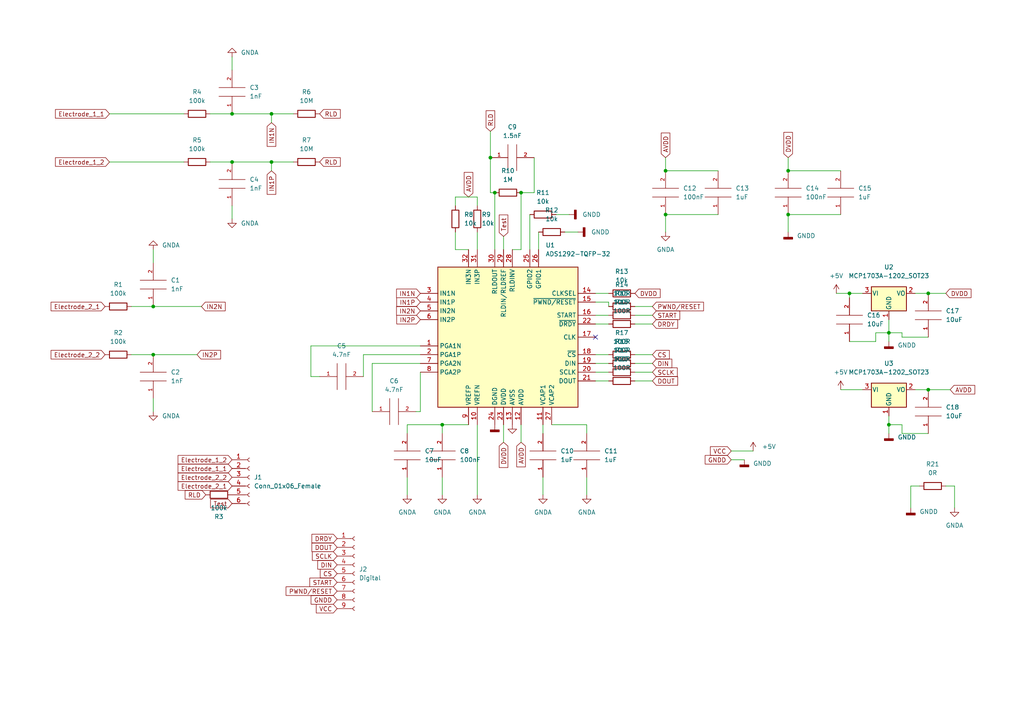
<source format=kicad_sch>
(kicad_sch (version 20211123) (generator eeschema)
  (paper "A4")
  (lib_symbols
    (symbol "Connector:Conn_01x06_Female" (pin_names (offset 1.016) hide)
      (property "Reference" "J" (at 0 7.62 0))
      (property "Value" "Conn_01x06_Female" (at 0 -10.16 0))
      (symbol "Conn_01x06_Female_1_1"
        (arc (start 0 -7.112) (mid -0.508 -7.62) (end 0 -8.128) (stroke (width 0.1524)))
        (arc (start 0 -4.572) (mid -0.508 -5.08) (end 0 -5.588) (stroke (width 0.1524)))
        (arc (start 0 -2.032) (mid -0.508 -2.54) (end 0 -3.048) (stroke (width 0.1524)))
        (polyline (pts (xy -1.27 -7.62) (xy -0.508 -7.62)) (stroke (width 0.1524)))
        (polyline (pts (xy -1.27 -5.08) (xy -0.508 -5.08)) (stroke (width 0.1524)))
        (polyline (pts (xy -1.27 -2.54) (xy -0.508 -2.54)) (stroke (width 0.1524)))
        (polyline (pts (xy -1.27 0) (xy -0.508 0)) (stroke (width 0.1524)))
        (polyline (pts (xy -1.27 2.54) (xy -0.508 2.54)) (stroke (width 0.1524)))
        (polyline (pts (xy -1.27 5.08) (xy -0.508 5.08)) (stroke (width 0.1524)))
        (arc (start 0 0.508) (mid -0.508 0) (end 0 -0.508) (stroke (width 0.1524)))
        (arc (start 0 3.048) (mid -0.508 2.54) (end 0 2.032) (stroke (width 0.1524)))
        (arc (start 0 5.588) (mid -0.508 5.08) (end 0 4.572) (stroke (width 0.1524)))
        (pin passive line (at -5.08 5.08 0) (length 3.81) (name "Pin_1") (number "1"))
        (pin passive line (at -5.08 2.54 0) (length 3.81) (name "Pin_2") (number "2"))
        (pin passive line (at -5.08 0 0) (length 3.81) (name "Pin_3") (number "3"))
        (pin passive line (at -5.08 -2.54 0) (length 3.81) (name "Pin_4") (number "4"))
        (pin passive line (at -5.08 -5.08 0) (length 3.81) (name "Pin_5") (number "5"))
        (pin passive line (at -5.08 -7.62 0) (length 3.81) (name "Pin_6") (number "6"))
      )
    )
    (symbol "Connector:Conn_01x09_Female" (pin_names (offset 1.016) hide)
      (property "Reference" "J" (at 0 12.7 0))
      (property "Value" "Conn_01x09_Female" (at 0 -12.7 0))
      (symbol "Conn_01x09_Female_1_1"
        (arc (start 0 -9.652) (mid -0.508 -10.16) (end 0 -10.668) (stroke (width 0.1524)))
        (arc (start 0 -7.112) (mid -0.508 -7.62) (end 0 -8.128) (stroke (width 0.1524)))
        (arc (start 0 -4.572) (mid -0.508 -5.08) (end 0 -5.588) (stroke (width 0.1524)))
        (arc (start 0 -2.032) (mid -0.508 -2.54) (end 0 -3.048) (stroke (width 0.1524)))
        (polyline (pts (xy -1.27 -10.16) (xy -0.508 -10.16)) (stroke (width 0.1524)))
        (polyline (pts (xy -1.27 -7.62) (xy -0.508 -7.62)) (stroke (width 0.1524)))
        (polyline (pts (xy -1.27 -5.08) (xy -0.508 -5.08)) (stroke (width 0.1524)))
        (polyline (pts (xy -1.27 -2.54) (xy -0.508 -2.54)) (stroke (width 0.1524)))
        (polyline (pts (xy -1.27 0) (xy -0.508 0)) (stroke (width 0.1524)))
        (polyline (pts (xy -1.27 2.54) (xy -0.508 2.54)) (stroke (width 0.1524)))
        (polyline (pts (xy -1.27 5.08) (xy -0.508 5.08)) (stroke (width 0.1524)))
        (polyline (pts (xy -1.27 7.62) (xy -0.508 7.62)) (stroke (width 0.1524)))
        (polyline (pts (xy -1.27 10.16) (xy -0.508 10.16)) (stroke (width 0.1524)))
        (arc (start 0 0.508) (mid -0.508 0) (end 0 -0.508) (stroke (width 0.1524)))
        (arc (start 0 3.048) (mid -0.508 2.54) (end 0 2.032) (stroke (width 0.1524)))
        (arc (start 0 5.588) (mid -0.508 5.08) (end 0 4.572) (stroke (width 0.1524)))
        (arc (start 0 8.128) (mid -0.508 7.62) (end 0 7.112) (stroke (width 0.1524)))
        (arc (start 0 10.668) (mid -0.508 10.16) (end 0 9.652) (stroke (width 0.1524)))
        (pin passive line (at -5.08 10.16 0) (length 3.81) (name "Pin_1") (number "1"))
        (pin passive line (at -5.08 7.62 0) (length 3.81) (name "Pin_2") (number "2"))
        (pin passive line (at -5.08 5.08 0) (length 3.81) (name "Pin_3") (number "3"))
        (pin passive line (at -5.08 2.54 0) (length 3.81) (name "Pin_4") (number "4"))
        (pin passive line (at -5.08 0 0) (length 3.81) (name "Pin_5") (number "5"))
        (pin passive line (at -5.08 -2.54 0) (length 3.81) (name "Pin_6") (number "6"))
        (pin passive line (at -5.08 -5.08 0) (length 3.81) (name "Pin_7") (number "7"))
        (pin passive line (at -5.08 -7.62 0) (length 3.81) (name "Pin_8") (number "8"))
        (pin passive line (at -5.08 -10.16 0) (length 3.81) (name "Pin_9") (number "9"))
      )
    )
    (symbol "Device:R" (pin_numbers hide) (pin_names (offset 0))
      (property "Reference" "R" (at 2.032 0 90))
      (property "Value" "R" (at 0 0 90))
      (symbol "R_0_1"
        (rectangle (start -1.016 -2.54) (end 1.016 2.54) (stroke (width 0.254)))
      )
      (symbol "R_1_1"
        (pin passive line (at 0 3.81 270) (length 1.27) (name "~") (number "1"))
        (pin passive line (at 0 -3.81 90) (length 1.27) (name "~") (number "2"))
      )
    )
    (symbol "My_devices:ADS1292-TQFP-32"
      (property "Reference" "U" (at -17.78 22.86 0))
      (property "Value" "ADS1292-TQFP-32" (at -24.13 -24.13 0))
      (symbol "ADS1292-TQFP-32_0_1"
        (rectangle (start -20.32 20.32) (end 20.32 -20.32) (stroke (width 0.254)) (fill (type background)))
      )
      (symbol "ADS1292-TQFP-32_1_1"
        (pin output line (at -25.4 -2.54 0) (length 5.08) (name "PGA1N") (number "1"))
        (pin input line (at -8.89 -25.4 90) (length 5.08) (name "VREFN") (number "10"))
        (pin unspecified line (at 10.16 -25.4 90) (length 5.08) (name "VCAP1") (number "11"))
        (pin power_in line (at 3.81 -25.4 90) (length 5.08) (name "AVDD") (number "12"))
        (pin power_in line (at 1.27 -25.4 90) (length 5.08) (name "AVSS") (number "13"))
        (pin input line (at 25.4 12.7 180) (length 5.08) (name "CLKSEL") (number "14"))
        (pin input line (at 25.4 10.16 180) (length 5.08) (name "~{PWND/RESET}") (number "15"))
        (pin input line (at 25.4 6.35 180) (length 5.08) (name "START") (number "16"))
        (pin input line (at 25.4 0 180) (length 5.08) (name "CLK") (number "17"))
        (pin input line (at 25.4 -5.08 180) (length 5.08) (name "~{CS}") (number "18"))
        (pin input line (at 25.4 -7.62 180) (length 5.08) (name "DIN") (number "19"))
        (pin output line (at -25.4 -5.08 0) (length 5.08) (name "PGA1P") (number "2"))
        (pin input line (at 25.4 -10.16 180) (length 5.08) (name "SCLK") (number "20"))
        (pin output line (at 25.4 -12.7 180) (length 5.08) (name "DOUT") (number "21"))
        (pin output line (at 25.4 3.81 180) (length 5.08) (name "~{DRDY}") (number "22"))
        (pin power_in line (at -1.27 -25.4 90) (length 5.08) (name "DVDD") (number "23"))
        (pin power_in line (at -3.81 -25.4 90) (length 5.08) (name "DGND") (number "24"))
        (pin bidirectional line (at 6.35 25.4 270) (length 5.08) (name "GPIO2") (number "25"))
        (pin bidirectional line (at 8.89 25.4 270) (length 5.08) (name "GPIO1") (number "26"))
        (pin unspecified line (at 12.7 -25.4 90) (length 5.08) (name "VCAP2") (number "27"))
        (pin input line (at 1.27 25.4 270) (length 5.08) (name "RLDINV") (number "28"))
        (pin input line (at -1.27 25.4 270) (length 5.08) (name "RLDIN/RLDREF") (number "29"))
        (pin input line (at -25.4 12.7 0) (length 5.08) (name "IN1N") (number "3"))
        (pin output line (at -3.81 25.4 270) (length 5.08) (name "RLDOUT") (number "30"))
        (pin bidirectional line (at -8.89 25.4 270) (length 5.08) (name "IN3P") (number "31"))
        (pin bidirectional line (at -11.43 25.4 270) (length 5.08) (name "IN3N") (number "32"))
        (pin input line (at -25.4 10.16 0) (length 5.08) (name "IN1P") (number "4"))
        (pin input line (at -25.4 7.62 0) (length 5.08) (name "IN2N") (number "5"))
        (pin input line (at -25.4 5.08 0) (length 5.08) (name "IN2P") (number "6"))
        (pin output line (at -25.4 -7.62 0) (length 5.08) (name "PGA2N") (number "7"))
        (pin output line (at -25.4 -10.16 0) (length 5.08) (name "PGA2P") (number "8"))
        (pin input line (at -11.43 -25.4 90) (length 5.08) (name "VREFP") (number "9"))
      )
    )
    (symbol "Regulator_Linear:MCP1703A-1202_SOT23" (pin_names (offset 0.254))
      (property "Reference" "U" (at -3.81 3.175 0))
      (property "Value" "MCP1703A-1202_SOT23" (at 0 3.175 0))
      (symbol "MCP1703A-1202_SOT23_0_1"
        (rectangle (start -5.08 -5.08) (end 5.08 1.905) (stroke (width 0.254)) (fill (type background)))
      )
      (symbol "MCP1703A-1202_SOT23_1_1"
        (pin power_in line (at 0 -7.62 90) (length 2.54) (name "GND") (number "1"))
        (pin power_out line (at 7.62 0 180) (length 2.54) (name "VO") (number "2"))
        (pin power_in line (at -7.62 0 0) (length 2.54) (name "VI") (number "3"))
      )
    )
    (symbol "power:+5V" (power) (pin_names (offset 0))
      (property "Value" "+5V" (at 0 3.556 0))
      (symbol "+5V_0_1"
        (polyline (pts (xy -0.762 1.27) (xy 0 2.54)))
        (polyline (pts (xy 0 0) (xy 0 2.54)))
        (polyline (pts (xy 0 2.54) (xy 0.762 1.27)))
      )
      (symbol "+5V_1_1"
        (pin power_in line (at 0 0 90) (length 0) hide (name "+5V") (number "1"))
      )
    )
    (symbol "power:GNDA" (power) (pin_names (offset 0))
      (property "Value" "GNDA" (at 0 -3.81 0))
      (symbol "GNDA_0_1"
        (polyline (pts (xy 0 0) (xy 0 -1.27) (xy 1.27 -1.27) (xy 0 -2.54) (xy -1.27 -1.27) (xy 0 -1.27)))
      )
      (symbol "GNDA_1_1"
        (pin power_in line (at 0 0 270) (length 0) hide (name "GNDA") (number "1"))
      )
    )
    (symbol "power:GNDD" (power) (pin_names (offset 0))
      (property "Value" "GNDD" (at 0 -3.175 0))
      (symbol "GNDD_0_1"
        (rectangle (start -1.27 -1.524) (end 1.27 -2.032) (stroke (width 0.254)) (fill (type outline)))
        (polyline (pts (xy 0 0) (xy 0 -1.524)))
      )
      (symbol "GNDD_1_1"
        (pin power_in line (at 0 0 270) (length 0) hide (name "GNDD") (number "1"))
      )
    )
    (symbol "pspice:CAP" (pin_names (offset 0.254))
      (property "Reference" "C" (at 2.54 3.81 90))
      (property "Value" "CAP" (at 2.54 -3.81 90))
      (symbol "CAP_0_1"
        (polyline (pts (xy -3.81 -1.27) (xy 3.81 -1.27)))
        (polyline (pts (xy -3.81 1.27) (xy 3.81 1.27)))
      )
      (symbol "CAP_1_1"
        (pin passive line (at 0 6.35 270) (length 5.08) (name "~") (number "1"))
        (pin passive line (at 0 -6.35 90) (length 5.08) (name "~") (number "2"))
      )
    )
  )
  (junction (at 67.31 33.02))
  (junction (at 78.74 33.02))
  (junction (at 269.24 113.03))
  (junction (at 193.04 49.53))
  (junction (at 128.27 123.19))
  (junction (at 193.04 62.23))
  (junction (at 78.74 46.99))
  (junction (at 269.24 85.09))
  (junction (at 142.24 45.72))
  (junction (at 44.45 102.87))
  (junction (at 151.13 55.88))
  (junction (at 257.81 96.52))
  (junction (at 246.38 85.09))
  (junction (at 44.45 88.9))
  (junction (at 143.51 55.88))
  (junction (at 228.6 62.23))
  (junction (at 67.31 46.99))
  (junction (at 228.6 49.53))
  (junction (at 257.81 123.19))
  (no_connect (at 172.72 97.79))
  (wire (pts (xy 138.43 67.31) (xy 138.43 72.39)))
  (wire (pts (xy 242.57 85.09) (xy 246.38 85.09)))
  (wire (pts (xy 157.48 138.43) (xy 157.48 143.51)))
  (wire (pts (xy 118.11 125.73) (xy 118.11 123.19)))
  (wire (pts (xy 67.31 16.51) (xy 67.31 20.32)))
  (wire (pts (xy 135.89 123.19) (xy 128.27 123.19)))
  (wire (pts (xy 143.51 55.88) (xy 143.51 72.39)))
  (wire (pts (xy 90.17 100.33) (xy 90.17 109.22)))
  (wire (pts (xy 128.27 123.19) (xy 128.27 125.73)))
  (wire (pts (xy 170.18 123.19) (xy 170.18 125.73)))
  (wire (pts (xy 243.84 113.03) (xy 250.19 113.03)))
  (wire (pts (xy 118.11 138.43) (xy 118.11 143.51)))
  (wire (pts (xy 193.04 62.23) (xy 208.28 62.23)))
  (wire (pts (xy 193.04 45.72) (xy 193.04 49.53)))
  (wire (pts (xy 153.67 62.23) (xy 153.67 72.39)))
  (wire (pts (xy 151.13 72.39) (xy 148.59 72.39)))
  (wire (pts (xy 212.09 133.35) (xy 215.9 133.35)))
  (wire (pts (xy 184.15 110.49) (xy 189.23 110.49)))
  (wire (pts (xy 146.05 68.58) (xy 146.05 72.39)))
  (wire (pts (xy 228.6 45.72) (xy 228.6 49.53)))
  (wire (pts (xy 60.96 46.99) (xy 67.31 46.99)))
  (wire (pts (xy 142.24 55.88) (xy 143.51 55.88)))
  (wire (pts (xy 265.43 85.09) (xy 269.24 85.09)))
  (wire (pts (xy 269.24 113.03) (xy 275.59 113.03)))
  (wire (pts (xy 78.74 33.02) (xy 85.09 33.02)))
  (wire (pts (xy 118.11 123.19) (xy 128.27 123.19)))
  (wire (pts (xy 44.45 115.57) (xy 44.45 119.38)))
  (wire (pts (xy 161.29 62.23) (xy 165.1 62.23)))
  (wire (pts (xy 44.45 88.9) (xy 58.42 88.9)))
  (wire (pts (xy 154.94 45.72) (xy 154.94 55.88)))
  (wire (pts (xy 254 99.06) (xy 254 96.52)))
  (wire (pts (xy 67.31 33.02) (xy 78.74 33.02)))
  (wire (pts (xy 172.72 102.87) (xy 176.53 102.87)))
  (wire (pts (xy 172.72 105.41) (xy 176.53 105.41)))
  (wire (pts (xy 265.43 113.03) (xy 269.24 113.03)))
  (wire (pts (xy 132.08 72.39) (xy 135.89 72.39)))
  (wire (pts (xy 105.41 102.87) (xy 105.41 109.22)))
  (wire (pts (xy 246.38 85.09) (xy 250.19 85.09)))
  (wire (pts (xy 257.81 120.65) (xy 257.81 123.19)))
  (wire (pts (xy 269.24 97.79) (xy 261.62 97.79)))
  (wire (pts (xy 160.02 123.19) (xy 170.18 123.19)))
  (wire (pts (xy 269.24 85.09) (xy 274.32 85.09)))
  (wire (pts (xy 90.17 109.22) (xy 92.71 109.22)))
  (wire (pts (xy 257.81 99.06) (xy 257.81 96.52)))
  (wire (pts (xy 78.74 46.99) (xy 78.74 49.53)))
  (wire (pts (xy 257.81 125.73) (xy 257.81 123.19)))
  (wire (pts (xy 107.95 105.41) (xy 107.95 119.38)))
  (wire (pts (xy 172.72 107.95) (xy 176.53 107.95)))
  (wire (pts (xy 184.15 88.9) (xy 189.23 88.9)))
  (wire (pts (xy 67.31 46.99) (xy 78.74 46.99)))
  (wire (pts (xy 172.72 110.49) (xy 176.53 110.49)))
  (wire (pts (xy 246.38 85.09) (xy 246.38 86.36)))
  (wire (pts (xy 154.94 55.88) (xy 151.13 55.88)))
  (wire (pts (xy 172.72 91.44) (xy 176.53 91.44)))
  (wire (pts (xy 193.04 49.53) (xy 208.28 49.53)))
  (wire (pts (xy 276.86 140.97) (xy 276.86 147.32)))
  (wire (pts (xy 44.45 102.87) (xy 57.15 102.87)))
  (wire (pts (xy 138.43 123.19) (xy 138.43 143.51)))
  (wire (pts (xy 38.1 88.9) (xy 44.45 88.9)))
  (wire (pts (xy 156.21 67.31) (xy 156.21 72.39)))
  (wire (pts (xy 184.15 105.41) (xy 189.23 105.41)))
  (wire (pts (xy 264.16 147.32) (xy 264.16 140.97)))
  (wire (pts (xy 132.08 57.15) (xy 138.43 57.15)))
  (wire (pts (xy 132.08 59.69) (xy 132.08 57.15)))
  (wire (pts (xy 184.15 93.98) (xy 189.23 93.98)))
  (wire (pts (xy 151.13 123.19) (xy 151.13 128.27)))
  (wire (pts (xy 228.6 62.23) (xy 228.6 67.31)))
  (wire (pts (xy 257.81 92.71) (xy 257.81 96.52)))
  (wire (pts (xy 274.32 140.97) (xy 276.86 140.97)))
  (wire (pts (xy 78.74 46.99) (xy 85.09 46.99)))
  (wire (pts (xy 176.53 87.63) (xy 176.53 88.9)))
  (wire (pts (xy 261.62 96.52) (xy 257.81 96.52)))
  (wire (pts (xy 138.43 59.69) (xy 138.43 57.15)))
  (wire (pts (xy 269.24 125.73) (xy 261.62 125.73)))
  (wire (pts (xy 78.74 33.02) (xy 78.74 35.56)))
  (wire (pts (xy 193.04 62.23) (xy 193.04 67.31)))
  (wire (pts (xy 170.18 138.43) (xy 170.18 143.51)))
  (wire (pts (xy 67.31 59.69) (xy 67.31 63.5)))
  (wire (pts (xy 228.6 49.53) (xy 243.84 49.53)))
  (wire (pts (xy 172.72 85.09) (xy 176.53 85.09)))
  (wire (pts (xy 128.27 138.43) (xy 128.27 143.51)))
  (wire (pts (xy 121.92 100.33) (xy 90.17 100.33)))
  (wire (pts (xy 184.15 102.87) (xy 189.23 102.87)))
  (wire (pts (xy 172.72 87.63) (xy 176.53 87.63)))
  (wire (pts (xy 184.15 107.95) (xy 189.23 107.95)))
  (wire (pts (xy 157.48 123.19) (xy 157.48 125.73)))
  (wire (pts (xy 121.92 107.95) (xy 121.92 119.38)))
  (wire (pts (xy 261.62 123.19) (xy 257.81 123.19)))
  (wire (pts (xy 172.72 93.98) (xy 176.53 93.98)))
  (wire (pts (xy 38.1 102.87) (xy 44.45 102.87)))
  (wire (pts (xy 142.24 45.72) (xy 142.24 55.88)))
  (wire (pts (xy 246.38 99.06) (xy 254 99.06)))
  (wire (pts (xy 151.13 55.88) (xy 151.13 72.39)))
  (wire (pts (xy 212.09 130.81) (xy 218.44 130.81)))
  (wire (pts (xy 254 96.52) (xy 257.81 96.52)))
  (wire (pts (xy 121.92 119.38) (xy 120.65 119.38)))
  (wire (pts (xy 184.15 91.44) (xy 189.23 91.44)))
  (wire (pts (xy 121.92 105.41) (xy 107.95 105.41)))
  (wire (pts (xy 31.75 46.99) (xy 53.34 46.99)))
  (wire (pts (xy 60.96 33.02) (xy 67.31 33.02)))
  (wire (pts (xy 163.83 67.31) (xy 167.64 67.31)))
  (wire (pts (xy 142.24 38.1) (xy 142.24 45.72)))
  (wire (pts (xy 44.45 72.39) (xy 44.45 76.2)))
  (wire (pts (xy 261.62 97.79) (xy 261.62 96.52)))
  (wire (pts (xy 228.6 62.23) (xy 243.84 62.23)))
  (wire (pts (xy 121.92 102.87) (xy 105.41 102.87)))
  (wire (pts (xy 264.16 140.97) (xy 266.7 140.97)))
  (wire (pts (xy 146.05 123.19) (xy 146.05 128.27)))
  (wire (pts (xy 31.75 33.02) (xy 53.34 33.02)))
  (wire (pts (xy 132.08 67.31) (xy 132.08 72.39)))
  (wire (pts (xy 261.62 125.73) (xy 261.62 123.19)))
  (global_label "SCLK" (shape input) (at 189.23 107.95 0) (property "Intersheet References" "${INTERSHEET_REFS}" (effects hide)))
  (global_label "IN1N" (shape input) (at 78.74 35.56 270) (property "Intersheet References" "${INTERSHEET_REFS}" (effects hide)))
  (global_label "VCC" (shape input) (at 212.09 130.81 180) (property "Intersheet References" "${INTERSHEET_REFS}" (effects hide)))
  (global_label "START" (shape input) (at 97.79 168.91 180) (property "Intersheet References" "${INTERSHEET_REFS}" (effects hide)))
  (global_label "START" (shape input) (at 189.23 91.44 0) (property "Intersheet References" "${INTERSHEET_REFS}" (effects hide)))
  (global_label "Test" (shape input) (at 146.05 68.58 90) (property "Intersheet References" "${INTERSHEET_REFS}" (effects hide)))
  (global_label "Electrode_1_2" (shape input) (at 31.75 46.99 180) (property "Intersheet References" "${INTERSHEET_REFS}" (effects hide)))
  (global_label "Test" (shape input) (at 67.31 146.05 180) (property "Intersheet References" "${INTERSHEET_REFS}" (effects hide)))
  (global_label "Electrode_1_2" (shape input) (at 67.31 133.35 180) (property "Intersheet References" "${INTERSHEET_REFS}" (effects hide)))
  (global_label "AVDD" (shape input) (at 193.04 45.72 90) (property "Intersheet References" "${INTERSHEET_REFS}" (effects hide)))
  (global_label "DOUT" (shape input) (at 189.23 110.49 0) (property "Intersheet References" "${INTERSHEET_REFS}" (effects hide)))
  (global_label "DIN" (shape input) (at 189.23 105.41 0) (property "Intersheet References" "${INTERSHEET_REFS}" (effects hide)))
  (global_label "PWND{slash}RESET" (shape input) (at 189.23 88.9 0) (property "Intersheet References" "${INTERSHEET_REFS}" (effects hide)))
  (global_label "IN1P" (shape input) (at 121.92 87.63 180) (property "Intersheet References" "${INTERSHEET_REFS}" (effects hide)))
  (global_label "AVDD" (shape input) (at 151.13 128.27 270) (property "Intersheet References" "${INTERSHEET_REFS}" (effects hide)))
  (global_label "Electrode_2_2" (shape input) (at 67.31 138.43 180) (property "Intersheet References" "${INTERSHEET_REFS}" (effects hide)))
  (global_label "GNDD" (shape input) (at 97.79 173.99 180) (property "Intersheet References" "${INTERSHEET_REFS}" (effects hide)))
  (global_label "AVDD" (shape input) (at 135.89 57.15 90) (property "Intersheet References" "${INTERSHEET_REFS}" (effects hide)))
  (global_label "RLD" (shape input) (at 142.24 38.1 90) (property "Intersheet References" "${INTERSHEET_REFS}" (effects hide)))
  (global_label "DIN" (shape input) (at 97.79 163.83 180) (property "Intersheet References" "${INTERSHEET_REFS}" (effects hide)))
  (global_label "AVDD" (shape input) (at 275.59 113.03 0) (property "Intersheet References" "${INTERSHEET_REFS}" (effects hide)))
  (global_label "CS" (shape input) (at 97.79 166.37 180) (property "Intersheet References" "${INTERSHEET_REFS}" (effects hide)))
  (global_label "RLD" (shape input) (at 59.69 143.51 180) (property "Intersheet References" "${INTERSHEET_REFS}" (effects hide)))
  (global_label "Electrode_1_1" (shape input) (at 31.75 33.02 180) (property "Intersheet References" "${INTERSHEET_REFS}" (effects hide)))
  (global_label "VCC" (shape input) (at 97.79 176.53 180) (property "Intersheet References" "${INTERSHEET_REFS}" (effects hide)))
  (global_label "DVDD" (shape input) (at 146.05 128.27 270) (property "Intersheet References" "${INTERSHEET_REFS}" (effects hide)))
  (global_label "Electrode_2_2" (shape input) (at 30.48 102.87 180) (property "Intersheet References" "${INTERSHEET_REFS}" (effects hide)))
  (global_label "IN2N" (shape input) (at 121.92 90.17 180) (property "Intersheet References" "${INTERSHEET_REFS}" (effects hide)))
  (global_label "DVDD" (shape input) (at 184.15 85.09 0) (property "Intersheet References" "${INTERSHEET_REFS}" (effects hide)))
  (global_label "PWND{slash}RESET" (shape input) (at 97.79 171.45 180) (property "Intersheet References" "${INTERSHEET_REFS}" (effects hide)))
  (global_label "RLD" (shape input) (at 92.71 46.99 0) (property "Intersheet References" "${INTERSHEET_REFS}" (effects hide)))
  (global_label "GNDD" (shape input) (at 212.09 133.35 180) (property "Intersheet References" "${INTERSHEET_REFS}" (effects hide)))
  (global_label "RLD" (shape input) (at 92.71 33.02 0) (property "Intersheet References" "${INTERSHEET_REFS}" (effects hide)))
  (global_label "DOUT" (shape input) (at 97.79 158.75 180) (property "Intersheet References" "${INTERSHEET_REFS}" (effects hide)))
  (global_label "IN2P" (shape input) (at 121.92 92.71 180) (property "Intersheet References" "${INTERSHEET_REFS}" (effects hide)))
  (global_label "Electrode_2_1" (shape input) (at 30.48 88.9 180) (property "Intersheet References" "${INTERSHEET_REFS}" (effects hide)))
  (global_label "DVDD" (shape input) (at 274.32 85.09 0) (property "Intersheet References" "${INTERSHEET_REFS}" (effects hide)))
  (global_label "IN1P" (shape input) (at 78.74 49.53 270) (property "Intersheet References" "${INTERSHEET_REFS}" (effects hide)))
  (global_label "IN2N" (shape input) (at 58.42 88.9 0) (property "Intersheet References" "${INTERSHEET_REFS}" (effects hide)))
  (global_label "DVDD" (shape input) (at 228.6 45.72 90) (property "Intersheet References" "${INTERSHEET_REFS}" (effects hide)))
  (global_label "DRDY" (shape input) (at 189.23 93.98 0) (property "Intersheet References" "${INTERSHEET_REFS}" (effects hide)))
  (global_label "Electrode_2_1" (shape input) (at 67.31 140.97 180) (property "Intersheet References" "${INTERSHEET_REFS}" (effects hide)))
  (global_label "IN1N" (shape input) (at 121.92 85.09 180) (property "Intersheet References" "${INTERSHEET_REFS}" (effects hide)))
  (global_label "SCLK" (shape input) (at 97.79 161.29 180) (property "Intersheet References" "${INTERSHEET_REFS}" (effects hide)))
  (global_label "Electrode_1_1" (shape input) (at 67.31 135.89 180) (property "Intersheet References" "${INTERSHEET_REFS}" (effects hide)))
  (global_label "DRDY" (shape input) (at 97.79 156.21 180) (property "Intersheet References" "${INTERSHEET_REFS}" (effects hide)))
  (global_label "IN2P" (shape input) (at 57.15 102.87 0) (property "Intersheet References" "${INTERSHEET_REFS}" (effects hide)))
  (global_label "CS" (shape input) (at 189.23 102.87 0) (property "Intersheet References" "${INTERSHEET_REFS}" (effects hide)))
  (symbol (lib_id "Device:R") (at 180.34 105.41 270) (unit 1)
    (property "Reference" "R18" (at 180.34 99.06 90))
    (property "Value" "100R" (at 180.34 101.6 90))
    (property "Footprint" "Resistor_SMD:R_0603_1608Metric" (effects hide))
  )
  (symbol (lib_id "Device:R") (at 138.43 63.5 180) (unit 1)
    (property "Reference" "R9" (at 139.7 62.2299 0) (effects (justify right)))
    (property "Value" "10k" (at 139.7 64.7699 0) (effects (justify right)))
    (property "Footprint" "Resistor_SMD:R_0603_1608Metric" (effects hide))
  )
  (symbol (lib_id "power:GNDA") (at 193.04 67.31 0) (unit 1)
    (property "Reference" "#PWR0119" (effects hide))
    (property "Value" "GNDA" (at 193.04 72.39 0))
  )
  (symbol (lib_id "power:GNDA") (at 170.18 143.51 0) (unit 1)
    (property "Reference" "#PWR0104" (effects hide))
    (property "Value" "GNDA" (at 170.18 148.59 0))
  )
  (symbol (lib_id "power:GNDD") (at 257.81 125.73 0) (unit 1)
    (property "Reference" "#PWR0116" (effects hide))
    (property "Value" "GNDD" (at 260.35 126.8094 0) (effects (justify left)))
  )
  (symbol (lib_id "Device:R") (at 63.5 143.51 270) (unit 1)
    (property "Reference" "R3" (at 63.5 149.86 90))
    (property "Value" "100k" (at 63.5 147.32 90))
    (property "Footprint" "Resistor_SMD:R_0603_1608Metric" (effects hide))
  )
  (symbol (lib_id "power:+5V") (at 218.44 130.81 0) (unit 1)
    (property "Reference" "#PWR02" (effects hide))
    (property "Value" "+5V" (at 220.98 129.5399 0) (effects (justify left)))
  )
  (symbol (lib_id "Device:R") (at 88.9 46.99 90) (unit 1)
    (property "Reference" "R7" (at 88.9 40.64 90))
    (property "Value" "10M" (at 88.9 43.18 90))
    (property "Footprint" "Resistor_SMD:R_0603_1608Metric" (effects hide))
  )
  (symbol (lib_id "power:GNDD") (at 257.81 99.06 0) (unit 1)
    (property "Reference" "#PWR0112" (effects hide))
    (property "Value" "GNDD" (at 260.35 100.1394 0) (effects (justify left)))
  )
  (symbol (lib_id "Regulator_Linear:MCP1703A-1202_SOT23") (at 257.81 113.03 0) (unit 1)
    (property "Reference" "U3" (at 257.81 105.41 0))
    (property "Value" "MCP1703A-1202_SOT23" (at 257.81 107.95 0))
    (property "Footprint" "Package_TO_SOT_SMD:SOT-23" (effects hide))
    (property "Datasheet" "http://ww1.microchip.com/downloads/en/DeviceDoc/20005122B.pdf" (effects hide))
  )
  (symbol (lib_id "power:GNDA") (at 148.59 123.19 0) (unit 1)
    (property "Reference" "#PWR0107" (effects hide))
    (property "Value" "GNDA" (effects hide))
  )
  (symbol (lib_id "pspice:CAP") (at 269.24 119.38 180) (unit 1)
    (property "Reference" "C18" (at 274.32 118.1099 0) (effects (justify right)))
    (property "Value" "10uF" (at 274.32 120.6499 0) (effects (justify right)))
    (property "Footprint" "Capacitor_SMD:C_1206_3216Metric" (effects hide))
  )
  (symbol (lib_id "power:GNDA") (at 128.27 143.51 0) (unit 1)
    (property "Reference" "#PWR0102" (effects hide))
    (property "Value" "GNDA" (at 128.27 148.59 0))
  )
  (symbol (lib_id "Device:R") (at 180.34 91.44 270) (unit 1)
    (property "Reference" "R15" (at 180.34 85.09 90))
    (property "Value" "100R" (at 180.34 87.63 90))
    (property "Footprint" "Resistor_SMD:R_0603_1608Metric" (effects hide))
  )
  (symbol (lib_id "pspice:CAP") (at 193.04 55.88 180) (unit 1)
    (property "Reference" "C12" (at 198.12 54.6099 0) (effects (justify right)))
    (property "Value" "100nF" (at 198.12 57.1499 0) (effects (justify right)))
    (property "Footprint" "Capacitor_SMD:C_0603_1608Metric" (effects hide))
  )
  (symbol (lib_id "power:+5V") (at 243.84 113.03 0) (unit 1)
    (property "Reference" "#PWR0115" (effects hide))
    (property "Value" "+5V" (at 243.84 107.95 0))
  )
  (symbol (lib_id "power:GNDA") (at 157.48 143.51 0) (unit 1)
    (property "Reference" "#PWR0105" (effects hide))
    (property "Value" "GNDA" (at 157.48 148.59 0))
  )
  (symbol (lib_id "Device:R") (at 180.34 85.09 90) (unit 1)
    (property "Reference" "R13" (at 180.34 78.74 90))
    (property "Value" "10k" (at 180.34 81.28 90))
    (property "Footprint" "Resistor_SMD:R_0603_1608Metric" (effects hide))
  )
  (symbol (lib_id "Device:R") (at 57.15 33.02 270) (unit 1)
    (property "Reference" "R4" (at 57.15 26.67 90))
    (property "Value" "100k" (at 57.15 29.21 90))
    (property "Footprint" "Resistor_SMD:R_0603_1608Metric" (effects hide))
  )
  (symbol (lib_id "pspice:CAP") (at 128.27 132.08 180) (unit 1)
    (property "Reference" "C8" (at 133.35 130.8099 0) (effects (justify right)))
    (property "Value" "100nF" (at 133.35 133.3499 0) (effects (justify right)))
    (property "Footprint" "Capacitor_SMD:C_0603_1608Metric" (effects hide))
  )
  (symbol (lib_id "power:GNDD") (at 228.6 67.31 0) (unit 1)
    (property "Reference" "#PWR0120" (effects hide))
    (property "Value" "GNDD" (at 231.14 68.3894 0) (effects (justify left)))
  )
  (symbol (lib_id "Device:R") (at 160.02 67.31 90) (unit 1)
    (property "Reference" "R12" (at 160.02 60.96 90))
    (property "Value" "10k" (at 160.02 63.5 90))
    (property "Footprint" "Resistor_SMD:R_0603_1608Metric" (effects hide))
  )
  (symbol (lib_id "Device:R") (at 180.34 102.87 270) (unit 1)
    (property "Reference" "R17" (at 180.34 96.52 90))
    (property "Value" "100R" (at 180.34 99.06 90))
    (property "Footprint" "Resistor_SMD:R_0603_1608Metric" (effects hide))
  )
  (symbol (lib_id "Device:R") (at 157.48 62.23 90) (unit 1)
    (property "Reference" "R11" (at 157.48 55.88 90))
    (property "Value" "10k" (at 157.48 58.42 90))
    (property "Footprint" "Resistor_SMD:R_0603_1608Metric" (effects hide))
  )
  (symbol (lib_id "power:GNDA") (at 138.43 143.51 0) (unit 1)
    (property "Reference" "#PWR0103" (effects hide))
    (property "Value" "GNDA" (at 138.43 148.59 0))
  )
  (symbol (lib_id "Connector:Conn_01x06_Female") (at 72.39 138.43 0) (unit 1)
    (property "Reference" "J1" (at 73.66 138.4299 0) (effects (justify left)))
    (property "Value" "Conn_01x06_Female" (at 73.66 140.9699 0) (effects (justify left)))
    (property "Footprint" "Connector_PinSocket_2.54mm:PinSocket_1x06_P2.54mm_Vertical" (effects hide))
  )
  (symbol (lib_id "pspice:CAP") (at 118.11 132.08 180) (unit 1)
    (property "Reference" "C7" (at 123.19 130.8099 0) (effects (justify right)))
    (property "Value" "10uF" (at 123.19 133.3499 0) (effects (justify right)))
    (property "Footprint" "Capacitor_SMD:C_1206_3216Metric" (effects hide))
  )
  (symbol (lib_id "Device:R") (at 34.29 102.87 270) (unit 1)
    (property "Reference" "R2" (at 34.29 96.52 90))
    (property "Value" "100k" (at 34.29 99.06 90))
    (property "Footprint" "Resistor_SMD:R_0603_1608Metric" (effects hide))
  )
  (symbol (lib_id "Device:R") (at 132.08 63.5 180) (unit 1)
    (property "Reference" "R8" (at 134.62 62.2299 0) (effects (justify right)))
    (property "Value" "10k" (at 134.62 64.7699 0) (effects (justify right)))
    (property "Footprint" "Resistor_SMD:R_0603_1608Metric" (effects hide))
  )
  (symbol (lib_id "power:+5V") (at 242.57 85.09 0) (unit 1)
    (property "Reference" "#PWR0111" (effects hide))
    (property "Value" "+5V" (at 242.57 80.01 0))
  )
  (symbol (lib_id "pspice:CAP") (at 67.31 26.67 180) (unit 1)
    (property "Reference" "C3" (at 72.39 25.3999 0) (effects (justify right)))
    (property "Value" "1nF" (at 72.39 27.9399 0) (effects (justify right)))
    (property "Footprint" "Capacitor_SMD:C_0603_1608Metric" (effects hide))
  )
  (symbol (lib_id "pspice:CAP") (at 208.28 55.88 180) (unit 1)
    (property "Reference" "C13" (at 213.36 54.6099 0) (effects (justify right)))
    (property "Value" "1uF" (at 213.36 57.1499 0) (effects (justify right)))
    (property "Footprint" "Capacitor_SMD:C_0805_2012Metric" (effects hide))
  )
  (symbol (lib_id "power:GNDA") (at 67.31 16.51 180) (unit 1)
    (property "Reference" "#PWR0108" (effects hide))
    (property "Value" "GNDA" (at 69.85 15.2399 0) (effects (justify right)))
  )
  (symbol (lib_id "pspice:CAP") (at 44.45 109.22 180) (unit 1)
    (property "Reference" "C2" (at 49.53 107.9499 0) (effects (justify right)))
    (property "Value" "1nF" (at 49.53 110.4899 0) (effects (justify right)))
    (property "Footprint" "Capacitor_SMD:C_0603_1608Metric" (effects hide))
  )
  (symbol (lib_id "power:GNDA") (at 67.31 63.5 0) (unit 1)
    (property "Reference" "#PWR0109" (effects hide))
    (property "Value" "GNDA" (at 69.85 64.7699 0) (effects (justify left)))
  )
  (symbol (lib_id "Device:R") (at 57.15 46.99 270) (unit 1)
    (property "Reference" "R5" (at 57.15 40.64 90))
    (property "Value" "100k" (at 57.15 43.18 90))
    (property "Footprint" "Resistor_SMD:R_0603_1608Metric" (effects hide))
  )
  (symbol (lib_id "Connector:Conn_01x09_Female") (at 102.87 166.37 0) (unit 1)
    (property "Reference" "J2" (at 104.14 165.0999 0) (effects (justify left)))
    (property "Value" "Digital" (at 104.14 167.6399 0) (effects (justify left)))
    (property "Footprint" "Connector_PinSocket_2.54mm:PinSocket_1x09_P2.54mm_Vertical" (effects hide))
  )
  (symbol (lib_id "power:GNDA") (at 44.45 119.38 0) (unit 1)
    (property "Reference" "#PWR0121" (effects hide))
    (property "Value" "GNDA" (at 46.99 120.6499 0) (effects (justify left)))
  )
  (symbol (lib_id "power:GNDD") (at 165.1 62.23 90) (unit 1)
    (property "Reference" "#PWR0117" (effects hide))
    (property "Value" "GNDD" (at 168.91 62.2299 90) (effects (justify right)))
  )
  (symbol (lib_id "pspice:CAP") (at 170.18 132.08 180) (unit 1)
    (property "Reference" "C11" (at 175.26 130.8099 0) (effects (justify right)))
    (property "Value" "1uF" (at 175.26 133.3499 0) (effects (justify right)))
    (property "Footprint" "Capacitor_SMD:C_0805_2012Metric" (effects hide))
  )
  (symbol (lib_id "power:GNDD") (at 143.51 123.19 0) (unit 1)
    (property "Reference" "#PWR0106" (effects hide))
    (property "Value" "GNDD" (effects hide))
  )
  (symbol (lib_id "Device:R") (at 34.29 88.9 270) (unit 1)
    (property "Reference" "R1" (at 34.29 82.55 90))
    (property "Value" "100k" (at 34.29 85.09 90))
    (property "Footprint" "Resistor_SMD:R_0603_1608Metric" (effects hide))
  )
  (symbol (lib_id "Device:R") (at 180.34 93.98 270) (unit 1)
    (property "Reference" "R16" (at 180.34 87.63 90))
    (property "Value" "100R" (at 180.34 90.17 90))
    (property "Footprint" "Resistor_SMD:R_0603_1608Metric" (effects hide))
  )
  (symbol (lib_id "pspice:CAP") (at 67.31 53.34 180) (unit 1)
    (property "Reference" "C4" (at 72.39 52.0699 0) (effects (justify right)))
    (property "Value" "1nF" (at 72.39 54.6099 0) (effects (justify right)))
    (property "Footprint" "Capacitor_SMD:C_0603_1608Metric" (effects hide))
  )
  (symbol (lib_id "Device:R") (at 180.34 110.49 270) (unit 1)
    (property "Reference" "R20" (at 180.34 104.14 90))
    (property "Value" "100R" (at 180.34 106.68 90))
    (property "Footprint" "Resistor_SMD:R_0603_1608Metric" (effects hide))
  )
  (symbol (lib_id "Device:R") (at 147.32 55.88 270) (unit 1)
    (property "Reference" "R10" (at 147.32 49.53 90))
    (property "Value" "1M" (at 147.32 52.07 90))
    (property "Footprint" "Resistor_SMD:R_0603_1608Metric" (effects hide))
  )
  (symbol (lib_id "power:GNDA") (at 44.45 72.39 180) (unit 1)
    (property "Reference" "#PWR0110" (effects hide))
    (property "Value" "GNDA" (at 46.99 71.1199 0) (effects (justify right)))
  )
  (symbol (lib_id "pspice:CAP") (at 99.06 109.22 90) (unit 1)
    (property "Reference" "C5" (at 99.06 100.33 90))
    (property "Value" "4.7nF" (at 99.06 102.87 90))
    (property "Footprint" "Capacitor_SMD:C_0603_1608Metric" (effects hide))
  )
  (symbol (lib_id "pspice:CAP") (at 228.6 55.88 180) (unit 1)
    (property "Reference" "C14" (at 233.68 54.6099 0) (effects (justify right)))
    (property "Value" "100nF" (at 233.68 57.1499 0) (effects (justify right)))
    (property "Footprint" "Capacitor_SMD:C_0603_1608Metric" (effects hide))
  )
  (symbol (lib_id "power:GNDD") (at 167.64 67.31 90) (unit 1)
    (property "Reference" "#PWR0118" (effects hide))
    (property "Value" "GNDD" (at 171.45 67.3099 90) (effects (justify right)))
  )
  (symbol (lib_id "Device:R") (at 180.34 107.95 270) (unit 1)
    (property "Reference" "R19" (at 180.34 101.6 90))
    (property "Value" "100R" (at 180.34 104.14 90))
    (property "Footprint" "Resistor_SMD:R_0603_1608Metric" (effects hide))
  )
  (symbol (lib_id "Regulator_Linear:MCP1703A-1202_SOT23") (at 257.81 85.09 0) (unit 1)
    (property "Reference" "U2" (at 257.81 77.47 0))
    (property "Value" "MCP1703A-1202_SOT23" (at 257.81 80.01 0))
    (property "Footprint" "Package_TO_SOT_SMD:SOT-23" (effects hide))
    (property "Datasheet" "http://ww1.microchip.com/downloads/en/DeviceDoc/20005122B.pdf" (effects hide))
  )
  (symbol (lib_id "power:GNDA") (at 276.86 147.32 0) (unit 1)
    (property "Reference" "#PWR0113" (effects hide))
    (property "Value" "GNDA" (at 276.86 152.4 0))
  )
  (symbol (lib_id "pspice:CAP") (at 243.84 55.88 180) (unit 1)
    (property "Reference" "C15" (at 248.92 54.6099 0) (effects (justify right)))
    (property "Value" "1uF" (at 248.92 57.1499 0) (effects (justify right)))
    (property "Footprint" "Capacitor_SMD:C_0805_2012Metric" (effects hide))
  )
  (symbol (lib_id "pspice:CAP") (at 246.38 92.71 180) (unit 1)
    (property "Reference" "C16" (at 251.46 91.4399 0) (effects (justify right)))
    (property "Value" "10uF" (at 251.46 93.9799 0) (effects (justify right)))
    (property "Footprint" "Capacitor_SMD:C_1206_3216Metric" (effects hide))
  )
  (symbol (lib_id "Device:R") (at 180.34 88.9 270) (unit 1)
    (property "Reference" "R14" (at 180.34 82.55 90))
    (property "Value" "100R" (at 180.34 85.09 90))
    (property "Footprint" "Resistor_SMD:R_0603_1608Metric" (effects hide))
  )
  (symbol (lib_id "power:GNDD") (at 215.9 133.35 0) (unit 1)
    (property "Reference" "#PWR01" (effects hide))
    (property "Value" "GNDD" (at 218.44 134.4294 0) (effects (justify left)))
  )
  (symbol (lib_id "My_devices:ADS1292-TQFP-32") (at 147.32 97.79 0) (unit 1)
    (property "Reference" "U1" (at 158.2294 71.12 0) (effects (justify left)))
    (property "Value" "ADS1292-TQFP-32" (at 158.2294 73.66 0) (effects (justify left)))
    (property "Footprint" "Package_QFP:TQFP-32_7x7mm_P0.8mm" (effects hide))
    (property "Datasheet" "http://ww1.microchip.com/downloads/en/DeviceDoc/60001477A.pdf" (effects hide))
  )
  (symbol (lib_id "Device:R") (at 88.9 33.02 90) (unit 1)
    (property "Reference" "R6" (at 88.9 26.67 90))
    (property "Value" "10M" (at 88.9 29.21 90))
    (property "Footprint" "Resistor_SMD:R_0603_1608Metric" (effects hide))
  )
  (symbol (lib_id "Device:R") (at 270.51 140.97 90) (unit 1)
    (property "Reference" "R21" (at 270.51 134.62 90))
    (property "Value" "0R" (at 270.51 137.16 90))
    (property "Footprint" "Resistor_SMD:R_0603_1608Metric" (effects hide))
  )
  (symbol (lib_id "pspice:CAP") (at 114.3 119.38 90) (unit 1)
    (property "Reference" "C6" (at 114.3 110.49 90))
    (property "Value" "4.7nF" (at 114.3 113.03 90))
    (property "Footprint" "Capacitor_SMD:C_0603_1608Metric" (effects hide))
  )
  (symbol (lib_id "pspice:CAP") (at 148.59 45.72 90) (unit 1)
    (property "Reference" "C9" (at 148.59 36.83 90))
    (property "Value" "1.5nF" (at 148.59 39.37 90))
    (property "Footprint" "Capacitor_SMD:C_0603_1608Metric" (effects hide))
  )
  (symbol (lib_id "power:GNDA") (at 118.11 143.51 0) (unit 1)
    (property "Reference" "#PWR0101" (effects hide))
    (property "Value" "GNDA" (at 118.11 148.59 0))
  )
  (symbol (lib_id "power:GNDD") (at 264.16 147.32 0) (unit 1)
    (property "Reference" "#PWR0114" (effects hide))
    (property "Value" "GNDD" (at 266.7 148.3994 0) (effects (justify left)))
  )
  (symbol (lib_id "pspice:CAP") (at 157.48 132.08 180) (unit 1)
    (property "Reference" "C10" (at 162.56 130.8099 0) (effects (justify right)))
    (property "Value" "1uF" (at 162.56 133.3499 0) (effects (justify right)))
    (property "Footprint" "Capacitor_SMD:C_0805_2012Metric" (effects hide))
  )
  (symbol (lib_id "pspice:CAP") (at 44.45 82.55 180) (unit 1)
    (property "Reference" "C1" (at 49.53 81.2799 0) (effects (justify right)))
    (property "Value" "1nF" (at 49.53 83.8199 0) (effects (justify right)))
    (property "Footprint" "Capacitor_SMD:C_0603_1608Metric" (effects hide))
  )
  (symbol (lib_id "pspice:CAP") (at 269.24 91.44 180) (unit 1)
    (property "Reference" "C17" (at 274.32 90.1699 0) (effects (justify right)))
    (property "Value" "10uF" (at 274.32 92.7099 0) (effects (justify right)))
    (property "Footprint" "Capacitor_SMD:C_1206_3216Metric" (effects hide))
  )
)
</source>
